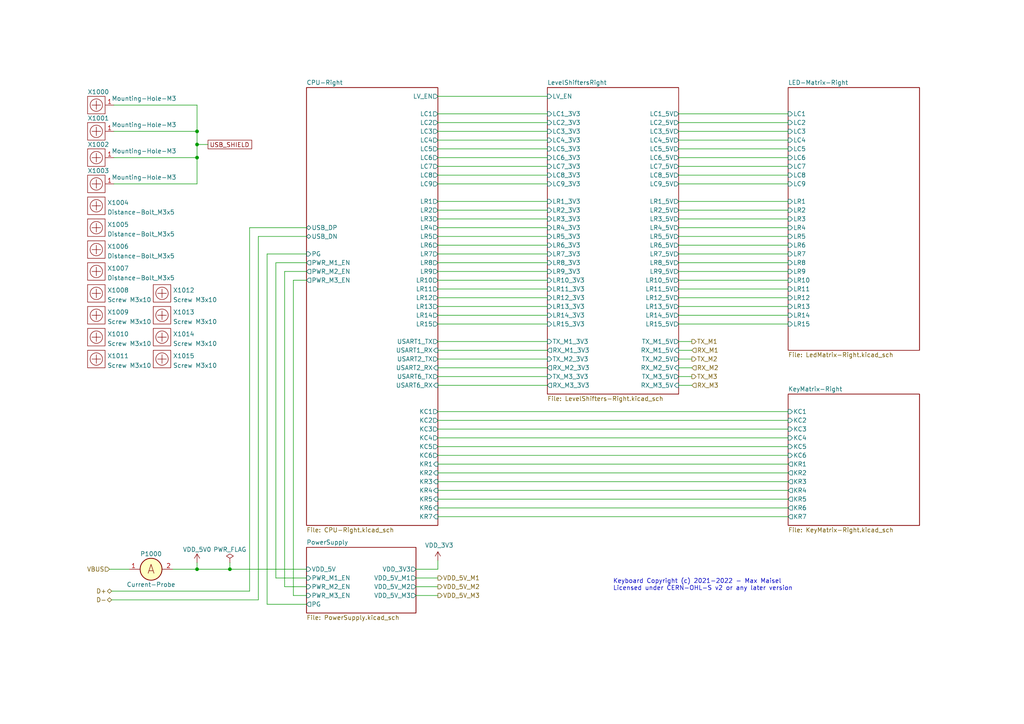
<source format=kicad_sch>
(kicad_sch (version 20211123) (generator eeschema)
  (paper "A4")
  (lib_symbols
    (symbol "Keyboard:Current-Probe" (pin_names (offset 0))
      (property "Reference" "P" (at 2.54 3.81 0))
      (property "Value" "Current-Probe" (at 2.54 -3.81 0))
      (symbol "Current-Probe_0_0"
        (text "A" (at 0 0 0) (effects (font (size 2.54 2.54))))
      )
      (symbol "Current-Probe_0_1"
        (polyline (pts (xy -3.81 0) (xy -3.175 0)))
        (polyline (pts (xy 3.175 0) (xy 3.81 0)))
        (circle (center 0 0) (radius 3.175) (stroke (width 0.254)) (fill (type background)))
      )
      (symbol "Current-Probe_1_1"
        (pin passive line (at -6.35 0 0) (length 2.54) (name "~") (number "1"))
        (pin passive line (at 6.35 0 180) (length 2.54) (name "~") (number "2"))
      )
    )
    (symbol "Keyboard:Distance-Bolt_6x3.5"
      (property "Reference" "X" (at -2.54 3.81 0))
      (property "Value" "Distance-Bolt_6x3.5" (at 0 -3.81 0))
      (symbol "Distance-Bolt_6x3.5_0_1"
        (rectangle (start -2.54 2.54) (end 2.54 -2.54))
        (polyline (pts (xy -1.27 0) (xy 1.27 0)))
        (polyline (pts (xy 0 -1.27) (xy 0 1.27)))
        (circle (center 0 0) (radius 1.8034))
      )
    )
    (symbol "Keyboard:Mounting-Hole-M3" (pin_names (offset 1.016))
      (property "Reference" "X" (at -2.54 3.81 0))
      (property "Value" "Mounting-Hole-M3" (at 1.27 -3.81 0))
      (symbol "Mounting-Hole-M3_0_1"
        (rectangle (start -2.54 2.54) (end 2.54 -2.54))
        (polyline (pts (xy -1.27 0) (xy 1.27 0)))
        (polyline (pts (xy 0 -1.27) (xy 0 1.27)))
        (circle (center 0 0) (radius 1.8034))
      )
      (symbol "Mounting-Hole-M3_1_1"
        (pin passive line (at 5.08 0 180) (length 2.45) (name "") (number "1"))
      )
    )
    (symbol "Keyboard:PWR_FLAG" (power) (pin_numbers hide) (pin_names (offset 0) hide)
      (property "Value" "PWR_FLAG" (at 0 3.81 0))
      (symbol "PWR_FLAG_0_0"
        (pin power_out line (at 0 0 90) (length 0) (name "pwr") (number "1"))
      )
      (symbol "PWR_FLAG_0_1"
        (polyline (pts (xy 0 0) (xy 0 1.27) (xy -1.016 1.905) (xy 0 2.54) (xy 1.016 1.905) (xy 0 1.27)))
      )
    )
    (symbol "Keyboard:Screw M3x10"
      (property "Reference" "X" (at -2.54 3.81 0))
      (property "Value" "Screw M3x10" (at 0 -3.81 0))
      (symbol "Screw M3x10_0_1"
        (rectangle (start -2.54 2.54) (end 2.54 -2.54))
        (polyline (pts (xy -1.27 0) (xy 1.27 0)))
        (polyline (pts (xy 0 -1.27) (xy 0 1.27)))
        (circle (center 0 0) (radius 1.8034))
      )
    )
    (symbol "Keyboard:VDD_3V3" (power) (pin_names (offset 0))
      (property "Value" "VDD_3V3" (at 0 3.556 0))
      (symbol "VDD_3V3_0_1"
        (polyline (pts (xy -0.762 1.27) (xy 0 2.54)))
        (polyline (pts (xy 0 0) (xy 0 2.54)))
        (polyline (pts (xy 0 2.54) (xy 0.762 1.27)))
      )
      (symbol "VDD_3V3_1_1"
        (pin power_in line (at 0 0 90) (length 0) hide (name "VDD_3V3") (number "1"))
      )
    )
    (symbol "Keyboard:VDD_5V0" (power) (pin_names (offset 0))
      (property "Value" "VDD_5V0" (at 0 3.556 0))
      (symbol "VDD_5V0_0_1"
        (polyline (pts (xy -0.762 1.27) (xy 0 2.54)))
        (polyline (pts (xy 0 0) (xy 0 2.54)))
        (polyline (pts (xy 0 2.54) (xy 0.762 1.27)))
      )
      (symbol "VDD_5V0_1_1"
        (pin power_in line (at 0 0 90) (length 0) hide (name "VDD_5V0") (number "1"))
      )
    )
  )
  (junction (at 57.15 45.72))
  (junction (at 57.15 38.1))
  (junction (at 57.15 165.1))
  (junction (at 66.675 165.1))
  (junction (at 57.15 41.91))
  (wire (pts (xy 196.85 33.02) (xy 228.6 33.02)))
  (wire (pts (xy 57.15 163.195) (xy 57.15 165.1)))
  (wire (pts (xy 32.385 171.45) (xy 72.39 171.45)))
  (wire (pts (xy 228.6 132.08) (xy 127 132.08)))
  (wire (pts (xy 200.66 111.76) (xy 196.85 111.76)))
  (wire (pts (xy 33.02 30.48) (xy 57.15 30.48)))
  (wire (pts (xy 127 35.56) (xy 158.75 35.56)))
  (wire (pts (xy 228.6 83.82) (xy 196.85 83.82)))
  (wire (pts (xy 127 86.36) (xy 158.75 86.36)))
  (wire (pts (xy 74.93 68.58) (xy 88.9 68.58)))
  (wire (pts (xy 200.66 101.6) (xy 196.85 101.6)))
  (wire (pts (xy 196.85 38.1) (xy 228.6 38.1)))
  (wire (pts (xy 85.09 81.28) (xy 88.9 81.28)))
  (wire (pts (xy 77.47 175.26) (xy 77.47 73.66)))
  (wire (pts (xy 127 76.2) (xy 158.75 76.2)))
  (wire (pts (xy 228.6 50.8) (xy 196.85 50.8)))
  (wire (pts (xy 127 88.9) (xy 158.75 88.9)))
  (wire (pts (xy 60.325 41.91) (xy 57.15 41.91)))
  (wire (pts (xy 196.85 81.28) (xy 228.6 81.28)))
  (wire (pts (xy 127 149.86) (xy 228.6 149.86)))
  (wire (pts (xy 158.75 91.44) (xy 127 91.44)))
  (wire (pts (xy 127 101.6) (xy 158.75 101.6)))
  (wire (pts (xy 72.39 66.04) (xy 88.9 66.04)))
  (wire (pts (xy 228.6 63.5) (xy 196.85 63.5)))
  (wire (pts (xy 127 73.66) (xy 158.75 73.66)))
  (wire (pts (xy 196.85 109.22) (xy 200.66 109.22)))
  (wire (pts (xy 196.85 73.66) (xy 228.6 73.66)))
  (wire (pts (xy 228.6 58.42) (xy 196.85 58.42)))
  (wire (pts (xy 158.75 71.12) (xy 127 71.12)))
  (wire (pts (xy 33.02 53.34) (xy 57.15 53.34)))
  (wire (pts (xy 196.85 104.14) (xy 200.66 104.14)))
  (wire (pts (xy 158.75 33.02) (xy 127 33.02)))
  (wire (pts (xy 57.15 41.91) (xy 57.15 45.72)))
  (wire (pts (xy 57.15 38.1) (xy 57.15 41.91)))
  (wire (pts (xy 196.85 86.36) (xy 228.6 86.36)))
  (wire (pts (xy 228.6 147.32) (xy 127 147.32)))
  (wire (pts (xy 127 165.1) (xy 127 162.56)))
  (wire (pts (xy 82.55 170.18) (xy 82.55 78.74)))
  (wire (pts (xy 196.85 93.98) (xy 228.6 93.98)))
  (wire (pts (xy 72.39 66.04) (xy 72.39 171.45)))
  (wire (pts (xy 228.6 76.2) (xy 196.85 76.2)))
  (wire (pts (xy 158.75 38.1) (xy 127 38.1)))
  (wire (pts (xy 127 111.76) (xy 158.75 111.76)))
  (wire (pts (xy 33.02 45.72) (xy 57.15 45.72)))
  (wire (pts (xy 127 119.38) (xy 228.6 119.38)))
  (wire (pts (xy 80.01 167.64) (xy 80.01 76.2)))
  (wire (pts (xy 57.15 30.48) (xy 57.15 38.1)))
  (wire (pts (xy 127 48.26) (xy 158.75 48.26)))
  (wire (pts (xy 228.6 45.72) (xy 196.85 45.72)))
  (wire (pts (xy 158.75 83.82) (xy 127 83.82)))
  (wire (pts (xy 158.75 50.8) (xy 127 50.8)))
  (wire (pts (xy 158.75 104.14) (xy 127 104.14)))
  (wire (pts (xy 196.85 68.58) (xy 228.6 68.58)))
  (wire (pts (xy 196.85 78.74) (xy 228.6 78.74)))
  (wire (pts (xy 32.385 173.99) (xy 74.93 173.99)))
  (wire (pts (xy 80.01 76.2) (xy 88.9 76.2)))
  (wire (pts (xy 127 81.28) (xy 158.75 81.28)))
  (wire (pts (xy 127 93.98) (xy 158.75 93.98)))
  (wire (pts (xy 33.02 38.1) (xy 57.15 38.1)))
  (wire (pts (xy 85.09 172.72) (xy 88.9 172.72)))
  (wire (pts (xy 127 139.7) (xy 228.6 139.7)))
  (wire (pts (xy 127 58.42) (xy 158.75 58.42)))
  (wire (pts (xy 88.9 170.18) (xy 82.55 170.18)))
  (wire (pts (xy 50.165 165.1) (xy 57.15 165.1)))
  (wire (pts (xy 57.15 165.1) (xy 66.675 165.1)))
  (wire (pts (xy 127 40.64) (xy 158.75 40.64)))
  (wire (pts (xy 66.675 163.195) (xy 66.675 165.1)))
  (wire (pts (xy 158.75 43.18) (xy 127 43.18)))
  (wire (pts (xy 120.65 165.1) (xy 127 165.1)))
  (wire (pts (xy 127 144.78) (xy 228.6 144.78)))
  (wire (pts (xy 196.85 88.9) (xy 228.6 88.9)))
  (wire (pts (xy 120.65 172.72) (xy 127 172.72)))
  (wire (pts (xy 196.85 60.96) (xy 228.6 60.96)))
  (wire (pts (xy 77.47 73.66) (xy 88.9 73.66)))
  (wire (pts (xy 66.675 165.1) (xy 88.9 165.1)))
  (wire (pts (xy 228.6 121.92) (xy 127 121.92)))
  (wire (pts (xy 196.85 99.06) (xy 200.66 99.06)))
  (wire (pts (xy 127 68.58) (xy 158.75 68.58)))
  (wire (pts (xy 228.6 35.56) (xy 196.85 35.56)))
  (wire (pts (xy 127 27.94) (xy 158.75 27.94)))
  (wire (pts (xy 228.6 137.16) (xy 127 137.16)))
  (wire (pts (xy 196.85 43.18) (xy 228.6 43.18)))
  (wire (pts (xy 127 53.34) (xy 158.75 53.34)))
  (wire (pts (xy 127 106.68) (xy 158.75 106.68)))
  (wire (pts (xy 158.75 60.96) (xy 127 60.96)))
  (wire (pts (xy 228.6 142.24) (xy 127 142.24)))
  (wire (pts (xy 127 134.62) (xy 228.6 134.62)))
  (wire (pts (xy 228.6 127) (xy 127 127)))
  (wire (pts (xy 57.15 45.72) (xy 57.15 53.34)))
  (wire (pts (xy 127 124.46) (xy 228.6 124.46)))
  (wire (pts (xy 228.6 71.12) (xy 196.85 71.12)))
  (wire (pts (xy 228.6 66.04) (xy 196.85 66.04)))
  (wire (pts (xy 158.75 109.22) (xy 127 109.22)))
  (wire (pts (xy 158.75 99.06) (xy 127 99.06)))
  (wire (pts (xy 127 45.72) (xy 158.75 45.72)))
  (wire (pts (xy 158.75 78.74) (xy 127 78.74)))
  (wire (pts (xy 88.9 175.26) (xy 77.47 175.26)))
  (wire (pts (xy 82.55 78.74) (xy 88.9 78.74)))
  (wire (pts (xy 196.85 91.44) (xy 228.6 91.44)))
  (wire (pts (xy 74.93 68.58) (xy 74.93 173.99)))
  (wire (pts (xy 200.66 106.68) (xy 196.85 106.68)))
  (wire (pts (xy 85.09 172.72) (xy 85.09 81.28)))
  (wire (pts (xy 120.65 167.64) (xy 127 167.64)))
  (wire (pts (xy 196.85 53.34) (xy 228.6 53.34)))
  (wire (pts (xy 31.75 165.1) (xy 37.465 165.1)))
  (wire (pts (xy 127 170.18) (xy 120.65 170.18)))
  (wire (pts (xy 196.85 48.26) (xy 228.6 48.26)))
  (wire (pts (xy 127 63.5) (xy 158.75 63.5)))
  (wire (pts (xy 127 129.54) (xy 228.6 129.54)))
  (wire (pts (xy 158.75 66.04) (xy 127 66.04)))
  (wire (pts (xy 80.01 167.64) (xy 88.9 167.64)))
  (wire (pts (xy 228.6 40.64) (xy 196.85 40.64)))
  (text "Keyboard Copyright (c) 2021-2022 - Max Maisel\nLicensed under CERN-OHL-S v2 or any later version" (at 177.8 171.45 0) (effects (font (size 1.27 1.27)) (justify left bottom)))
  (global_label "USB_SHIELD" (shape passive) (at 60.325 41.91 0) (property "Intersheet References" "${INTERSHEET_REFS}" (effects hide)))
  (hierarchical_label "VDD_5V_M2" (shape output) (at 127 170.18 0))
  (hierarchical_label "RX_M3" (shape input) (at 200.66 111.76 0))
  (hierarchical_label "VDD_5V_M1" (shape output) (at 127 167.64 0))
  (hierarchical_label "TX_M1" (shape output) (at 200.66 99.06 0))
  (hierarchical_label "D-" (shape bidirectional) (at 32.385 173.99 180))
  (hierarchical_label "TX_M3" (shape output) (at 200.66 109.22 0))
  (hierarchical_label "TX_M2" (shape output) (at 200.66 104.14 0))
  (hierarchical_label "VBUS" (shape input) (at 31.75 165.1 180))
  (hierarchical_label "VDD_5V_M3" (shape output) (at 127 172.72 0))
  (hierarchical_label "RX_M2" (shape input) (at 200.66 106.68 0))
  (hierarchical_label "D+" (shape bidirectional) (at 32.385 171.45 180))
  (hierarchical_label "RX_M1" (shape input) (at 200.66 101.6 0))
  (symbol (lib_id "Keyboard:VDD_5V0") (at 57.15 163.195 0) (unit 1)
    (property "Reference" "#PWR01002" (effects hide))
    (property "Value" "VDD_5V0" (at 57.15 159.385 0))
  )
  (symbol (lib_id "Keyboard:Current-Probe") (at 43.815 165.1 0) (unit 1)
    (property "Reference" "P1000" (at 43.815 160.655 0))
    (property "Value" "Current-Probe" (at 43.815 169.545 0))
    (property "Footprint" "Keyboard:Current-Probe-2.54" (effects hide))
  )
  (symbol (lib_id "Keyboard:VDD_3V3") (at 127 162.56 0) (unit 1)
    (property "Reference" "#PWR01001" (effects hide))
    (property "Value" "VDD_3V3" (at 127.381 158.1658 0))
  )
  (symbol (lib_id "Keyboard:Mounting-Hole-M3") (at 27.94 45.72 0) (unit 1)
    (property "Reference" "X1002" (at 25.4 41.91 0) (effects (justify left)))
    (property "Value" "Mounting-Hole-M3" (at 32.385 43.815 0) (effects (justify left)))
    (property "Footprint" "Keyboard:Mounting-Hole-M3" (effects hide))
  )
  (symbol (lib_id "Keyboard:Mounting-Hole-M3") (at 27.94 53.34 0) (unit 1)
    (property "Reference" "X1003" (at 25.4 49.53 0) (effects (justify left)))
    (property "Value" "Mounting-Hole-M3" (at 32.385 51.435 0) (effects (justify left)))
    (property "Footprint" "Keyboard:Mounting-Hole-M3" (effects hide))
  )
  (symbol (lib_id "Keyboard:Screw M3x10") (at 46.99 104.14 0) (unit 1)
    (property "Reference" "X1015" (at 50.165 103.2315 0) (effects (justify left)))
    (property "Value" "Screw M3x10" (at 50.165 106.0066 0) (effects (justify left)))
    (property "reichelt#" "SKL-E M3X10-100" (effects hide))
  )
  (symbol (lib_id "Keyboard:Screw M3x10") (at 46.99 97.79 0) (unit 1)
    (property "Reference" "X1014" (at 50.165 96.8815 0) (effects (justify left)))
    (property "Value" "Screw M3x10" (at 50.165 99.6566 0) (effects (justify left)))
    (property "reichelt#" "SKL-E M3X10-100" (effects hide))
  )
  (symbol (lib_id "Keyboard:Screw M3x10") (at 27.94 104.14 0) (unit 1)
    (property "Reference" "X1011" (at 31.115 103.2315 0) (effects (justify left)))
    (property "Value" "Screw M3x10" (at 31.115 106.0066 0) (effects (justify left)))
    (property "reichelt#" "SKL-E M3X10-100" (effects hide))
  )
  (symbol (lib_id "Keyboard:Mounting-Hole-M3") (at 27.94 38.1 0) (unit 1)
    (property "Reference" "X1001" (at 25.4 34.29 0) (effects (justify left)))
    (property "Value" "Mounting-Hole-M3" (at 32.385 36.195 0) (effects (justify left)))
    (property "Footprint" "Keyboard:Mounting-Hole-M3" (effects hide))
  )
  (symbol (lib_id "Keyboard:Distance-Bolt_6x3.5") (at 27.94 78.74 0) (unit 1)
    (property "Reference" "X1007" (at 31.115 77.8315 0) (effects (justify left)))
    (property "Value" "Distance-Bolt_M3x5" (at 31.115 80.6066 0) (effects (justify left)))
    (property "Footprint" "Keyboard:DistanceBolt-6x3.5" (effects hide))
    (property "reichelt#" "VT DI 5MM\n" (effects hide))
  )
  (symbol (lib_id "Keyboard:Screw M3x10") (at 27.94 97.79 0) (unit 1)
    (property "Reference" "X1010" (at 31.115 96.8815 0) (effects (justify left)))
    (property "Value" "Screw M3x10" (at 31.115 99.6566 0) (effects (justify left)))
    (property "reichelt#" "SKL-E M3X10-100" (effects hide))
  )
  (symbol (lib_id "Keyboard:PWR_FLAG") (at 66.675 163.195 0) (unit 1)
    (property "Reference" "#FLG0101" (effects hide))
    (property "Value" "PWR_FLAG" (at 66.675 159.385 0))
  )
  (symbol (lib_id "Keyboard:Screw M3x10") (at 46.99 91.44 0) (unit 1)
    (property "Reference" "X1013" (at 50.165 90.5315 0) (effects (justify left)))
    (property "Value" "Screw M3x10" (at 50.165 93.3066 0) (effects (justify left)))
    (property "reichelt#" "SKL-E M3X10-100" (effects hide))
  )
  (symbol (lib_id "Keyboard:Screw M3x10") (at 27.94 91.44 0) (unit 1)
    (property "Reference" "X1009" (at 31.115 90.5315 0) (effects (justify left)))
    (property "Value" "Screw M3x10" (at 31.115 93.3066 0) (effects (justify left)))
    (property "reichelt#" "SKL-E M3X10-100" (effects hide))
  )
  (symbol (lib_id "Keyboard:Distance-Bolt_6x3.5") (at 27.94 66.04 0) (unit 1)
    (property "Reference" "X1005" (at 31.115 65.1315 0) (effects (justify left)))
    (property "Value" "Distance-Bolt_M3x5" (at 31.115 67.9066 0) (effects (justify left)))
    (property "Footprint" "Keyboard:DistanceBolt-6x3.5" (effects hide))
    (property "reichelt#" "VT DI 5MM\n" (effects hide))
  )
  (symbol (lib_id "Keyboard:Screw M3x10") (at 46.99 85.09 0) (unit 1)
    (property "Reference" "X1012" (at 50.165 84.1815 0) (effects (justify left)))
    (property "Value" "Screw M3x10" (at 50.165 86.9566 0) (effects (justify left)))
    (property "reichelt#" "SKL-E M3X10-100" (effects hide))
  )
  (symbol (lib_id "Keyboard:Mounting-Hole-M3") (at 27.94 30.48 0) (unit 1)
    (property "Reference" "X1000" (at 25.4 26.67 0) (effects (justify left)))
    (property "Value" "Mounting-Hole-M3" (at 32.385 28.575 0) (effects (justify left)))
    (property "Footprint" "Keyboard:Mounting-Hole-M3" (effects hide))
  )
  (symbol (lib_id "Keyboard:Screw M3x10") (at 27.94 85.09 0) (unit 1)
    (property "Reference" "X1008" (at 31.115 84.1815 0) (effects (justify left)))
    (property "Value" "Screw M3x10" (at 31.115 86.9566 0) (effects (justify left)))
    (property "reichelt#" "SKL-E M3X10-100" (effects hide))
  )
  (symbol (lib_id "Keyboard:Distance-Bolt_6x3.5") (at 27.94 72.39 0) (unit 1)
    (property "Reference" "X1006" (at 31.115 71.4815 0) (effects (justify left)))
    (property "Value" "Distance-Bolt_M3x5" (at 31.115 74.2566 0) (effects (justify left)))
    (property "Footprint" "Keyboard:DistanceBolt-6x3.5" (effects hide))
    (property "reichelt#" "VT DI 5MM\n" (effects hide))
  )
  (symbol (lib_id "Keyboard:Distance-Bolt_6x3.5") (at 27.94 59.69 0) (unit 1)
    (property "Reference" "X1004" (at 31.115 58.7815 0) (effects (justify left)))
    (property "Value" "Distance-Bolt_M3x5" (at 31.115 61.5566 0) (effects (justify left)))
    (property "Footprint" "Keyboard:DistanceBolt-6x3.5" (effects hide))
    (property "reichelt#" "VT DI 5MM\n" (effects hide))
  )
  (sheet (at 88.9 25.4) (size 38.1 127)
    (property "Sheet name" "CPU-Right" (at 88.9 24.6884 0) (effects (justify left bottom)))
    (property "Sheet file" "CPU-Right.kicad_sch" (at 88.9 152.9846 0) (effects (justify left top)))
    (pin "USB_DP" bidirectional (at 88.9 66.04 180))
    (pin "USB_DN" bidirectional (at 88.9 68.58 180))
    (pin "USART2_TX" output (at 127 104.14 0))
    (pin "USART2_RX" input (at 127 106.68 0))
    (pin "USART1_TX" output (at 127 99.06 0))
    (pin "USART1_RX" input (at 127 101.6 0))
    (pin "USART6_TX" output (at 127 109.22 0))
    (pin "USART6_RX" input (at 127 111.76 0))
    (pin "PWR_M1_EN" output (at 88.9 76.2 180))
    (pin "PWR_M2_EN" output (at 88.9 78.74 180))
    (pin "PWR_M3_EN" output (at 88.9 81.28 180))
    (pin "LV_EN" output (at 127 27.94 0))
    (pin "KR1" input (at 127 134.62 0))
    (pin "KR2" input (at 127 137.16 0))
    (pin "KR3" input (at 127 139.7 0))
    (pin "KR4" input (at 127 142.24 0))
    (pin "KR5" input (at 127 144.78 0))
    (pin "KR6" input (at 127 147.32 0))
    (pin "KR7" input (at 127 149.86 0))
    (pin "KC1" output (at 127 119.38 0))
    (pin "KC2" output (at 127 121.92 0))
    (pin "KC3" output (at 127 124.46 0))
    (pin "KC4" output (at 127 127 0))
    (pin "KC5" output (at 127 129.54 0))
    (pin "KC6" output (at 127 132.08 0))
    (pin "LC1" output (at 127 33.02 0))
    (pin "LC2" output (at 127 35.56 0))
    (pin "LC3" output (at 127 38.1 0))
    (pin "LC4" output (at 127 40.64 0))
    (pin "LC5" output (at 127 43.18 0))
    (pin "LC6" output (at 127 45.72 0))
    (pin "LC7" output (at 127 48.26 0))
    (pin "LC8" output (at 127 50.8 0))
    (pin "LC9" output (at 127 53.34 0))
    (pin "LR1" output (at 127 58.42 0))
    (pin "LR2" output (at 127 60.96 0))
    (pin "LR3" output (at 127 63.5 0))
    (pin "LR4" output (at 127 66.04 0))
    (pin "LR5" output (at 127 68.58 0))
    (pin "LR6" output (at 127 71.12 0))
    (pin "LR7" output (at 127 73.66 0))
    (pin "LR8" output (at 127 76.2 0))
    (pin "LR9" output (at 127 78.74 0))
    (pin "LR10" output (at 127 81.28 0))
    (pin "LR11" output (at 127 83.82 0))
    (pin "LR12" output (at 127 86.36 0))
    (pin "LR13" output (at 127 88.9 0))
    (pin "LR14" output (at 127 91.44 0))
    (pin "LR15" output (at 127 93.98 0))
    (pin "PG" input (at 88.9 73.66 180))
  )
  (sheet (at 88.9 158.75) (size 31.75 19.05)
    (property "Sheet name" "PowerSupply" (at 88.9 158.0384 0) (effects (justify left bottom)))
    (property "Sheet file" "PowerSupply.kicad_sch" (at 88.9 178.3846 0) (effects (justify left top)))
    (pin "VDD_5V_M1" output (at 120.65 167.64 0))
    (pin "VDD_5V" input (at 88.9 165.1 180))
    (pin "VDD_3V3" output (at 120.65 165.1 0))
    (pin "VDD_5V_M2" output (at 120.65 170.18 0))
    (pin "VDD_5V_M3" output (at 120.65 172.72 0))
    (pin "PWR_M1_EN" input (at 88.9 167.64 180))
    (pin "PWR_M2_EN" input (at 88.9 170.18 180))
    (pin "PWR_M3_EN" input (at 88.9 172.72 180))
    (pin "PG" output (at 88.9 175.26 180))
  )
  (sheet (at 158.75 25.4) (size 38.1 88.9)
    (property "Sheet name" "LevelShiftersRight" (at 158.75 24.6884 0) (effects (justify left bottom)))
    (property "Sheet file" "LevelShifters-Right.kicad_sch" (at 158.75 114.8846 0) (effects (justify left top)))
    (pin "TX_M1_5V" output (at 196.85 99.06 0))
    (pin "TX_M2_5V" output (at 196.85 104.14 0))
    (pin "TX_M3_5V" output (at 196.85 109.22 0))
    (pin "RX_M1_5V" input (at 196.85 101.6 0))
    (pin "RX_M2_5V" input (at 196.85 106.68 0))
    (pin "RX_M3_5V" input (at 196.85 111.76 0))
    (pin "TX_M1_3V3" input (at 158.75 99.06 180))
    (pin "TX_M2_3V3" input (at 158.75 104.14 180))
    (pin "TX_M3_3V3" input (at 158.75 109.22 180))
    (pin "RX_M1_3V3" output (at 158.75 101.6 180))
    (pin "RX_M2_3V3" output (at 158.75 106.68 180))
    (pin "RX_M3_3V3" output (at 158.75 111.76 180))
    (pin "LV_EN" input (at 158.75 27.94 180))
    (pin "LC1_3V3" input (at 158.75 33.02 180))
    (pin "LC2_3V3" input (at 158.75 35.56 180))
    (pin "LC3_3V3" input (at 158.75 38.1 180))
    (pin "LC4_3V3" input (at 158.75 40.64 180))
    (pin "LC5_3V3" input (at 158.75 43.18 180))
    (pin "LC6_3V3" input (at 158.75 45.72 180))
    (pin "LC7_3V3" input (at 158.75 48.26 180))
    (pin "LC8_3V3" input (at 158.75 50.8 180))
    (pin "LC9_3V3" input (at 158.75 53.34 180))
    (pin "LR1_3V3" input (at 158.75 58.42 180))
    (pin "LR3_3V3" input (at 158.75 63.5 180))
    (pin "LR4_3V3" input (at 158.75 66.04 180))
    (pin "LR5_3V3" input (at 158.75 68.58 180))
    (pin "LR6_3V3" input (at 158.75 71.12 180))
    (pin "LR7_3V3" input (at 158.75 73.66 180))
    (pin "LR8_3V3" input (at 158.75 76.2 180))
    (pin "LR9_3V3" input (at 158.75 78.74 180))
    (pin "LR10_3V3" input (at 158.75 81.28 180))
    (pin "LR11_3V3" input (at 158.75 83.82 180))
    (pin "LR12_3V3" input (at 158.75 86.36 180))
    (pin "LR2_3V3" input (at 158.75 60.96 180))
    (pin "LC1_5V" output (at 196.85 33.02 0))
    (pin "LC2_5V" output (at 196.85 35.56 0))
    (pin "LC3_5V" output (at 196.85 38.1 0))
    (pin "LC4_5V" output (at 196.85 40.64 0))
    (pin "LC5_5V" output (at 196.85 43.18 0))
    (pin "LC6_5V" output (at 196.85 45.72 0))
    (pin "LC7_5V" output (at 196.85 48.26 0))
    (pin "LC8_5V" output (at 196.85 50.8 0))
    (pin "LC9_5V" output (at 196.85 53.34 0))
    (pin "LR1_5V" output (at 196.85 58.42 0))
    (pin "LR3_5V" output (at 196.85 63.5 0))
    (pin "LR4_5V" output (at 196.85 66.04 0))
    (pin "LR5_5V" output (at 196.85 68.58 0))
    (pin "LR6_5V" output (at 196.85 71.12 0))
    (pin "LR7_5V" output (at 196.85 73.66 0))
    (pin "LR8_5V" output (at 196.85 76.2 0))
    (pin "LR2_5V" output (at 196.85 60.96 0))
    (pin "LR9_5V" output (at 196.85 78.74 0))
    (pin "LR10_5V" output (at 196.85 81.28 0))
    (pin "LR11_5V" output (at 196.85 83.82 0))
    (pin "LR12_5V" output (at 196.85 86.36 0))
    (pin "LR13_3V3" input (at 158.75 88.9 180))
    (pin "LR14_3V3" input (at 158.75 91.44 180))
    (pin "LR15_3V3" input (at 158.75 93.98 180))
    (pin "LR13_5V" output (at 196.85 88.9 0))
    (pin "LR14_5V" output (at 196.85 91.44 0))
    (pin "LR15_5V" output (at 196.85 93.98 0))
  )
  (sheet (at 228.6 114.3) (size 38.1 38.1)
    (property "Sheet name" "KeyMatrix-Right" (at 228.6 113.5884 0) (effects (justify left bottom)))
    (property "Sheet file" "KeyMatrix-Right.kicad_sch" (at 228.6 152.9846 0) (effects (justify left top)))
    (pin "KR1" output (at 228.6 134.62 180))
    (pin "KR2" output (at 228.6 137.16 180))
    (pin "KR3" output (at 228.6 139.7 180))
    (pin "KR4" output (at 228.6 142.24 180))
    (pin "KR5" output (at 228.6 144.78 180))
    (pin "KR6" output (at 228.6 147.32 180))
    (pin "KR7" output (at 228.6 149.86 180))
    (pin "KC1" input (at 228.6 119.38 180))
    (pin "KC2" input (at 228.6 121.92 180))
    (pin "KC3" input (at 228.6 124.46 180))
    (pin "KC4" input (at 228.6 127 180))
    (pin "KC5" input (at 228.6 129.54 180))
    (pin "KC6" input (at 228.6 132.08 180))
  )
  (sheet (at 228.6 25.4) (size 38.1 76.2)
    (property "Sheet name" "LED-Matrix-Right" (at 228.6 24.6884 0) (effects (justify left bottom)))
    (property "Sheet file" "LedMatrix-Right.kicad_sch" (at 228.6 102.1846 0) (effects (justify left top)))
    (pin "LC1" input (at 228.6 33.02 180))
    (pin "LC2" input (at 228.6 35.56 180))
    (pin "LC3" input (at 228.6 38.1 180))
    (pin "LC4" input (at 228.6 40.64 180))
    (pin "LC5" input (at 228.6 43.18 180))
    (pin "LC6" input (at 228.6 45.72 180))
    (pin "LC7" input (at 228.6 48.26 180))
    (pin "LR1" input (at 228.6 58.42 180))
    (pin "LR2" input (at 228.6 60.96 180))
    (pin "LR3" input (at 228.6 63.5 180))
    (pin "LR4" input (at 228.6 66.04 180))
    (pin "LR5" input (at 228.6 68.58 180))
    (pin "LR6" input (at 228.6 71.12 180))
    (pin "LR7" input (at 228.6 73.66 180))
    (pin "LR8" input (at 228.6 76.2 180))
    (pin "LR9" input (at 228.6 78.74 180))
    (pin "LR10" input (at 228.6 81.28 180))
    (pin "LR11" input (at 228.6 83.82 180))
    (pin "LR12" input (at 228.6 86.36 180))
    (pin "LC8" input (at 228.6 50.8 180))
    (pin "LC9" input (at 228.6 53.34 180))
    (pin "LR15" input (at 228.6 93.98 180))
    (pin "LR14" input (at 228.6 91.44 180))
    (pin "LR13" input (at 228.6 88.9 180))
  )
)
</source>
